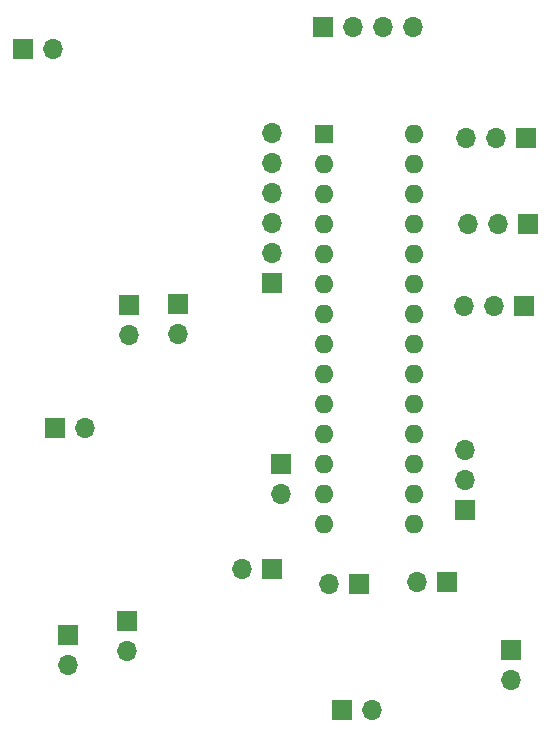
<source format=gbr>
%TF.GenerationSoftware,KiCad,Pcbnew,(6.0.7-1)-1*%
%TF.CreationDate,2023-03-08T09:28:21-05:00*%
%TF.ProjectId,pcb,7063622e-6b69-4636-9164-5f7063625858,rev?*%
%TF.SameCoordinates,Original*%
%TF.FileFunction,Soldermask,Bot*%
%TF.FilePolarity,Negative*%
%FSLAX46Y46*%
G04 Gerber Fmt 4.6, Leading zero omitted, Abs format (unit mm)*
G04 Created by KiCad (PCBNEW (6.0.7-1)-1) date 2023-03-08 09:28:21*
%MOMM*%
%LPD*%
G01*
G04 APERTURE LIST*
%ADD10R,1.700000X1.700000*%
%ADD11O,1.700000X1.700000*%
%ADD12R,1.600000X1.600000*%
%ADD13O,1.600000X1.600000*%
G04 APERTURE END LIST*
D10*
%TO.C,J9*%
X151700000Y-131160000D03*
D11*
X151700000Y-133700000D03*
%TD*%
D10*
%TO.C,J6*%
X131500000Y-100150000D03*
D11*
X131500000Y-97610000D03*
X131500000Y-95070000D03*
X131500000Y-92530000D03*
X131500000Y-89990000D03*
X131500000Y-87450000D03*
%TD*%
D10*
%TO.C,J4*%
X153000000Y-87800000D03*
D11*
X150460000Y-87800000D03*
X147920000Y-87800000D03*
%TD*%
D10*
%TO.C,J15*%
X131440000Y-124300000D03*
D11*
X128900000Y-124300000D03*
%TD*%
D10*
%TO.C,J8*%
X132200000Y-115460000D03*
D11*
X132200000Y-118000000D03*
%TD*%
D10*
%TO.C,J12*%
X110400000Y-80300000D03*
D11*
X112940000Y-80300000D03*
%TD*%
D10*
%TO.C,J2*%
X152825000Y-102100000D03*
D11*
X150285000Y-102100000D03*
X147745000Y-102100000D03*
%TD*%
D10*
%TO.C,J11*%
X146275000Y-125400000D03*
D11*
X143735000Y-125400000D03*
%TD*%
D10*
%TO.C,J17*%
X114200000Y-129925000D03*
D11*
X114200000Y-132465000D03*
%TD*%
D10*
%TO.C,J14*%
X119400000Y-102000000D03*
D11*
X119400000Y-104540000D03*
%TD*%
D10*
%TO.C,J1*%
X147800000Y-119300000D03*
D11*
X147800000Y-116760000D03*
X147800000Y-114220000D03*
%TD*%
D12*
%TO.C,U1*%
X135900000Y-87540000D03*
D13*
X135900000Y-90080000D03*
X135900000Y-92620000D03*
X135900000Y-95160000D03*
X135900000Y-97700000D03*
X135900000Y-100240000D03*
X135900000Y-102780000D03*
X135900000Y-105320000D03*
X135900000Y-107860000D03*
X135900000Y-110400000D03*
X135900000Y-112940000D03*
X135900000Y-115480000D03*
X135900000Y-118020000D03*
X135900000Y-120560000D03*
X143520000Y-120560000D03*
X143520000Y-118020000D03*
X143520000Y-115480000D03*
X143520000Y-112940000D03*
X143520000Y-110400000D03*
X143520000Y-107860000D03*
X143520000Y-105320000D03*
X143520000Y-102780000D03*
X143520000Y-100240000D03*
X143520000Y-97700000D03*
X143520000Y-95160000D03*
X143520000Y-92620000D03*
X143520000Y-90080000D03*
X143520000Y-87540000D03*
%TD*%
D10*
%TO.C,J7*%
X138875000Y-125600000D03*
D11*
X136335000Y-125600000D03*
%TD*%
D10*
%TO.C,J16*%
X113125000Y-112400000D03*
D11*
X115665000Y-112400000D03*
%TD*%
D10*
%TO.C,J13*%
X123500000Y-101900000D03*
D11*
X123500000Y-104440000D03*
%TD*%
D10*
%TO.C,J18*%
X119200000Y-128725000D03*
D11*
X119200000Y-131265000D03*
%TD*%
D10*
%TO.C,J3*%
X153125000Y-95100000D03*
D11*
X150585000Y-95100000D03*
X148045000Y-95100000D03*
%TD*%
D10*
%TO.C,J10*%
X137400000Y-136300000D03*
D11*
X139940000Y-136300000D03*
%TD*%
D10*
%TO.C,J5*%
X135800000Y-78475000D03*
D11*
X138340000Y-78475000D03*
X140880000Y-78475000D03*
X143420000Y-78475000D03*
%TD*%
M02*

</source>
